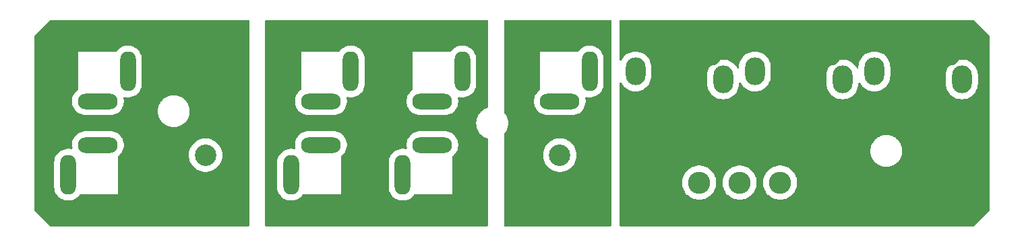
<source format=gbr>
%TF.GenerationSoftware,KiCad,Pcbnew,7.0.7*%
%TF.CreationDate,2023-09-16T18:41:48+02:00*%
%TF.ProjectId,dew_connector_pcb,6465775f-636f-46e6-9e65-63746f725f70,rev?*%
%TF.SameCoordinates,Original*%
%TF.FileFunction,Copper,L1,Top*%
%TF.FilePolarity,Positive*%
%FSLAX46Y46*%
G04 Gerber Fmt 4.6, Leading zero omitted, Abs format (unit mm)*
G04 Created by KiCad (PCBNEW 7.0.7) date 2023-09-16 18:41:48*
%MOMM*%
%LPD*%
G01*
G04 APERTURE LIST*
G04 Aperture macros list*
%AMRoundRect*
0 Rectangle with rounded corners*
0 $1 Rounding radius*
0 $2 $3 $4 $5 $6 $7 $8 $9 X,Y pos of 4 corners*
0 Add a 4 corners polygon primitive as box body*
4,1,4,$2,$3,$4,$5,$6,$7,$8,$9,$2,$3,0*
0 Add four circle primitives for the rounded corners*
1,1,$1+$1,$2,$3*
1,1,$1+$1,$4,$5*
1,1,$1+$1,$6,$7*
1,1,$1+$1,$8,$9*
0 Add four rect primitives between the rounded corners*
20,1,$1+$1,$2,$3,$4,$5,0*
20,1,$1+$1,$4,$5,$6,$7,0*
20,1,$1+$1,$6,$7,$8,$9,0*
20,1,$1+$1,$8,$9,$2,$3,0*%
G04 Aperture macros list end*
%TA.AperFunction,ComponentPad*%
%ADD10O,2.000000X5.000000*%
%TD*%
%TA.AperFunction,ComponentPad*%
%ADD11O,5.000000X2.000000*%
%TD*%
%TA.AperFunction,ComponentPad*%
%ADD12O,2.500000X3.500000*%
%TD*%
%TA.AperFunction,ComponentPad*%
%ADD13RoundRect,0.250001X1.099999X-1.099999X1.099999X1.099999X-1.099999X1.099999X-1.099999X-1.099999X0*%
%TD*%
%TA.AperFunction,ComponentPad*%
%ADD14C,2.700000*%
%TD*%
%TA.AperFunction,ComponentPad*%
%ADD15R,2.780000X2.780000*%
%TD*%
%TA.AperFunction,ComponentPad*%
%ADD16C,2.780000*%
%TD*%
G04 APERTURE END LIST*
D10*
%TO.P,J23,1*%
%TO.N,+12V*%
X103750000Y-69000000D03*
D11*
%TO.P,J23,2*%
%TO.N,GND*%
X100000000Y-65250000D03*
D10*
%TO.P,J23,MP,MountPin*%
X96250000Y-69000000D03*
%TD*%
%TO.P,J11,1*%
%TO.N,+15V*%
X61750000Y-69000000D03*
D11*
%TO.P,J11,2*%
%TO.N,GND*%
X58000000Y-65250000D03*
D10*
%TO.P,J11,MP,MountPin*%
X54250000Y-69000000D03*
%TD*%
%TO.P,J30,1*%
%TO.N,+12L*%
X112250000Y-56000000D03*
D11*
%TO.P,J30,2*%
%TO.N,GND*%
X116000000Y-59750000D03*
D10*
%TO.P,J30,MP,MountPin*%
X119750000Y-56000000D03*
%TD*%
%TO.P,J20,1*%
%TO.N,+12V*%
X82250000Y-56000000D03*
D11*
%TO.P,J20,2*%
%TO.N,GND*%
X86000000Y-59750000D03*
D10*
%TO.P,J20,MP,MountPin*%
X89750000Y-56000000D03*
%TD*%
%TO.P,J21,1*%
%TO.N,+12V*%
X89750000Y-69000000D03*
D11*
%TO.P,J21,2*%
%TO.N,GND*%
X86000000Y-65250000D03*
D10*
%TO.P,J21,MP,MountPin*%
X82250000Y-69000000D03*
%TD*%
%TO.P,J22,1*%
%TO.N,+12V*%
X96250000Y-56000000D03*
D11*
%TO.P,J22,2*%
%TO.N,GND*%
X100000000Y-59750000D03*
D10*
%TO.P,J22,MP,MountPin*%
X103750000Y-56000000D03*
%TD*%
%TO.P,J10,1*%
%TO.N,+15V*%
X54250000Y-56000000D03*
D11*
%TO.P,J10,2*%
%TO.N,GND*%
X58000000Y-59750000D03*
D10*
%TO.P,J10,MP,MountPin*%
X61750000Y-56000000D03*
%TD*%
D12*
%TO.P,J43,1,Pin_1*%
%TO.N,Net-(J40-Pin_4)*%
X136500000Y-57000000D03*
X125500000Y-56000000D03*
%TO.P,J43,2,Pin_2*%
%TO.N,+12P*%
X135000000Y-53500000D03*
X131500000Y-59500000D03*
%TD*%
D13*
%TO.P,J12,1,Pin_1*%
%TO.N,+15V*%
X71500000Y-70500000D03*
D14*
%TO.P,J12,2,Pin_2*%
%TO.N,GND*%
X71500000Y-66540000D03*
%TD*%
D13*
%TO.P,J31,1,Pin_1*%
%TO.N,+12L*%
X116000000Y-70500000D03*
D14*
%TO.P,J31,2,Pin_2*%
%TO.N,GND*%
X116000000Y-66540000D03*
%TD*%
D15*
%TO.P,J40,1,Pin_1*%
%TO.N,+12P*%
X148740000Y-70000000D03*
D16*
%TO.P,J40,2,Pin_2*%
%TO.N,Net-(J40-Pin_2)*%
X143660000Y-70000000D03*
%TO.P,J40,3,Pin_3*%
%TO.N,Net-(J40-Pin_3)*%
X138580000Y-70000000D03*
%TO.P,J40,4,Pin_4*%
%TO.N,Net-(J40-Pin_4)*%
X133500000Y-70000000D03*
%TD*%
D12*
%TO.P,J41,1,Pin_1*%
%TO.N,Net-(J40-Pin_2)*%
X166500000Y-57000000D03*
X155500000Y-56000000D03*
%TO.P,J41,2,Pin_2*%
%TO.N,+12P*%
X165000000Y-53500000D03*
X161500000Y-59500000D03*
%TD*%
%TO.P,J42,1,Pin_1*%
%TO.N,Net-(J40-Pin_3)*%
X151500000Y-57000000D03*
X140500000Y-56000000D03*
%TO.P,J42,2,Pin_2*%
%TO.N,+12P*%
X150000000Y-53500000D03*
X146500000Y-59500000D03*
%TD*%
%TA.AperFunction,Conductor*%
%TO.N,+12L*%
G36*
X122442121Y-49520502D02*
G01*
X122488614Y-49574158D01*
X122500000Y-49626500D01*
X122500000Y-75373500D01*
X122479998Y-75441621D01*
X122426342Y-75488114D01*
X122374000Y-75499500D01*
X109126000Y-75499500D01*
X109057879Y-75479498D01*
X109011386Y-75425842D01*
X109000000Y-75373500D01*
X109000000Y-75373499D01*
X108999999Y-66540004D01*
X113894592Y-66540004D01*
X113914200Y-66826672D01*
X113914201Y-66826678D01*
X113914202Y-66826686D01*
X113946264Y-66980980D01*
X113972664Y-67108025D01*
X113972666Y-67108033D01*
X114068898Y-67378803D01*
X114201099Y-67633936D01*
X114366811Y-67868698D01*
X114562944Y-68078705D01*
X114562943Y-68078705D01*
X114562947Y-68078708D01*
X114785853Y-68260055D01*
X115031375Y-68409361D01*
X115294942Y-68523844D01*
X115571641Y-68601371D01*
X115571642Y-68601371D01*
X115856311Y-68640499D01*
X115856322Y-68640500D01*
X116143678Y-68640500D01*
X116143688Y-68640499D01*
X116351927Y-68611876D01*
X116428358Y-68601371D01*
X116705058Y-68523844D01*
X116968625Y-68409361D01*
X117214147Y-68260055D01*
X117437053Y-68078708D01*
X117633189Y-67868698D01*
X117798901Y-67633936D01*
X117931104Y-67378797D01*
X118027334Y-67108032D01*
X118085798Y-66826686D01*
X118105408Y-66540000D01*
X118085798Y-66253314D01*
X118027334Y-65971968D01*
X117931104Y-65701203D01*
X117931102Y-65701199D01*
X117931101Y-65701196D01*
X117798899Y-65446061D01*
X117781459Y-65421355D01*
X117633189Y-65211302D01*
X117437055Y-65001294D01*
X117437056Y-65001294D01*
X117214149Y-64819947D01*
X117214147Y-64819945D01*
X116968625Y-64670639D01*
X116705058Y-64556156D01*
X116600141Y-64526760D01*
X116428357Y-64478628D01*
X116143688Y-64439500D01*
X116143678Y-64439500D01*
X115856322Y-64439500D01*
X115856311Y-64439500D01*
X115571642Y-64478628D01*
X115332991Y-64545495D01*
X115294942Y-64556156D01*
X115294940Y-64556156D01*
X115294939Y-64556157D01*
X115031375Y-64670639D01*
X114785850Y-64819947D01*
X114562944Y-65001294D01*
X114366811Y-65211302D01*
X114201100Y-65446061D01*
X114068898Y-65701196D01*
X113972666Y-65971966D01*
X113972664Y-65971974D01*
X113914201Y-66253321D01*
X113914200Y-66253327D01*
X113894592Y-66539995D01*
X113894592Y-66540004D01*
X108999999Y-66540004D01*
X108999999Y-63876352D01*
X109020001Y-63808235D01*
X109025110Y-63800876D01*
X109082953Y-63723607D01*
X109085705Y-63720191D01*
X109103127Y-63700086D01*
X109117495Y-63677728D01*
X109120022Y-63674088D01*
X109187226Y-63584315D01*
X109240968Y-63485892D01*
X109243234Y-63482075D01*
X109257600Y-63459722D01*
X109257605Y-63459710D01*
X109257610Y-63459703D01*
X109268640Y-63435550D01*
X109270644Y-63431546D01*
X109324367Y-63333161D01*
X109363551Y-63228102D01*
X109365254Y-63223991D01*
X109376293Y-63199821D01*
X109383779Y-63174324D01*
X109385181Y-63170110D01*
X109424369Y-63065046D01*
X109448198Y-62955501D01*
X109449305Y-62951164D01*
X109456790Y-62925674D01*
X109460570Y-62899376D01*
X109461363Y-62894985D01*
X109485196Y-62785428D01*
X109493195Y-62673576D01*
X109493668Y-62669179D01*
X109497452Y-62642861D01*
X109497503Y-62642508D01*
X109497463Y-62642245D01*
X109497470Y-62641813D01*
X109498106Y-62606146D01*
X109498254Y-62602841D01*
X109505610Y-62500000D01*
X109498255Y-62397163D01*
X109498106Y-62393850D01*
X109497462Y-62357752D01*
X109497513Y-62357566D01*
X109497452Y-62357139D01*
X109493668Y-62330820D01*
X109493195Y-62326423D01*
X109485196Y-62214572D01*
X109461357Y-62104988D01*
X109460574Y-62100645D01*
X109456790Y-62074326D01*
X109449309Y-62048848D01*
X109448202Y-62044517D01*
X109424369Y-61934954D01*
X109385190Y-61829911D01*
X109383774Y-61825657D01*
X109376293Y-61800179D01*
X109365253Y-61776006D01*
X109363554Y-61771903D01*
X109324367Y-61666839D01*
X109270644Y-61568453D01*
X109268636Y-61564440D01*
X109257606Y-61540287D01*
X109246999Y-61523781D01*
X109243240Y-61517931D01*
X109240947Y-61514066D01*
X109187228Y-61415688D01*
X109120046Y-61325943D01*
X109117483Y-61322251D01*
X109112478Y-61314465D01*
X109103127Y-61299914D01*
X109103120Y-61299906D01*
X109103119Y-61299904D01*
X109085739Y-61279846D01*
X109082917Y-61276344D01*
X109025132Y-61199152D01*
X109000321Y-61132632D01*
X109000000Y-61123643D01*
X109000000Y-59881182D01*
X112749500Y-59881182D01*
X112771224Y-60025311D01*
X112788604Y-60140619D01*
X112865933Y-60391314D01*
X112865938Y-60391327D01*
X112979773Y-60627706D01*
X112979777Y-60627713D01*
X113109455Y-60817914D01*
X113127567Y-60844479D01*
X113306019Y-61036805D01*
X113511143Y-61200386D01*
X113511146Y-61200388D01*
X113738352Y-61331566D01*
X113738356Y-61331567D01*
X113738357Y-61331568D01*
X113982584Y-61427420D01*
X114238370Y-61485802D01*
X114390408Y-61497195D01*
X114434503Y-61500500D01*
X114434506Y-61500500D01*
X117565497Y-61500500D01*
X117606516Y-61497425D01*
X117761630Y-61485802D01*
X118017416Y-61427420D01*
X118261643Y-61331568D01*
X118261645Y-61331566D01*
X118261647Y-61331566D01*
X118375250Y-61265977D01*
X118488857Y-61200386D01*
X118693981Y-61036805D01*
X118872433Y-60844479D01*
X119020228Y-60627704D01*
X119134063Y-60391323D01*
X119211396Y-60140615D01*
X119250500Y-59881182D01*
X119250500Y-59618818D01*
X119211396Y-59359385D01*
X119211395Y-59359383D01*
X119210693Y-59354723D01*
X119212800Y-59354405D01*
X119216567Y-59292336D01*
X119258497Y-59235044D01*
X119324746Y-59209516D01*
X119354578Y-59211650D01*
X119354723Y-59210693D01*
X119359383Y-59211395D01*
X119359385Y-59211396D01*
X119618818Y-59250500D01*
X119618823Y-59250500D01*
X119881177Y-59250500D01*
X119881182Y-59250500D01*
X120140615Y-59211396D01*
X120140617Y-59211395D01*
X120140619Y-59211395D01*
X120391314Y-59134066D01*
X120391316Y-59134064D01*
X120391323Y-59134063D01*
X120627704Y-59020228D01*
X120844479Y-58872433D01*
X121036805Y-58693981D01*
X121200386Y-58488857D01*
X121282673Y-58346331D01*
X121331566Y-58261647D01*
X121331568Y-58261643D01*
X121427420Y-58017416D01*
X121485802Y-57761630D01*
X121500500Y-57565494D01*
X121500500Y-54434506D01*
X121485802Y-54238370D01*
X121427420Y-53982584D01*
X121331568Y-53738357D01*
X121331567Y-53738356D01*
X121331566Y-53738352D01*
X121200388Y-53511146D01*
X121191499Y-53500000D01*
X121036805Y-53306019D01*
X120844479Y-53127567D01*
X120844472Y-53127562D01*
X120627713Y-52979777D01*
X120627706Y-52979773D01*
X120391327Y-52865938D01*
X120391314Y-52865933D01*
X120140619Y-52788604D01*
X120025311Y-52771224D01*
X119881182Y-52749500D01*
X119618818Y-52749500D01*
X119489101Y-52769052D01*
X119359380Y-52788604D01*
X119108685Y-52865933D01*
X119108672Y-52865938D01*
X118872293Y-52979773D01*
X118872286Y-52979777D01*
X118655527Y-53127562D01*
X118655522Y-53127566D01*
X118463192Y-53306022D01*
X118346331Y-53452560D01*
X118288220Y-53493348D01*
X118247821Y-53500000D01*
X113500000Y-53500000D01*
X113500000Y-58247821D01*
X113479998Y-58315942D01*
X113452560Y-58346331D01*
X113306022Y-58463192D01*
X113127566Y-58655522D01*
X113127562Y-58655527D01*
X112979777Y-58872286D01*
X112979773Y-58872293D01*
X112865938Y-59108672D01*
X112865933Y-59108685D01*
X112788604Y-59359380D01*
X112766879Y-59503514D01*
X112749500Y-59618818D01*
X112749500Y-59881182D01*
X109000000Y-59881182D01*
X109000000Y-49626500D01*
X109020002Y-49558379D01*
X109073658Y-49511886D01*
X109126000Y-49500500D01*
X122374000Y-49500500D01*
X122442121Y-49520502D01*
G37*
%TD.AperFunction*%
%TD*%
%TA.AperFunction,Conductor*%
%TO.N,+15V*%
G36*
X76942121Y-49520502D02*
G01*
X76988614Y-49574158D01*
X77000000Y-49626500D01*
X77000000Y-75373500D01*
X76979998Y-75441621D01*
X76926342Y-75488114D01*
X76874000Y-75499500D01*
X52052397Y-75499500D01*
X51984276Y-75479498D01*
X51963302Y-75462595D01*
X50037405Y-73536697D01*
X50003379Y-73474385D01*
X50000500Y-73447602D01*
X50000500Y-70565497D01*
X52499500Y-70565497D01*
X52514198Y-70761632D01*
X52572580Y-71017417D01*
X52572581Y-71017419D01*
X52668430Y-71261639D01*
X52668433Y-71261647D01*
X52799611Y-71488853D01*
X52799613Y-71488856D01*
X52799614Y-71488857D01*
X52963195Y-71693981D01*
X53155521Y-71872433D01*
X53155527Y-71872437D01*
X53372286Y-72020222D01*
X53372293Y-72020226D01*
X53372296Y-72020228D01*
X53508570Y-72085854D01*
X53608672Y-72134061D01*
X53608685Y-72134066D01*
X53859380Y-72211395D01*
X53859383Y-72211395D01*
X53859385Y-72211396D01*
X54118818Y-72250500D01*
X54118823Y-72250500D01*
X54381177Y-72250500D01*
X54381182Y-72250500D01*
X54640615Y-72211396D01*
X54640617Y-72211395D01*
X54640619Y-72211395D01*
X54891314Y-72134066D01*
X54891316Y-72134064D01*
X54891323Y-72134063D01*
X55127704Y-72020228D01*
X55344479Y-71872433D01*
X55536805Y-71693981D01*
X55594640Y-71621457D01*
X55653669Y-71547440D01*
X55711780Y-71506652D01*
X55752179Y-71500000D01*
X60500000Y-71500000D01*
X60500000Y-66752177D01*
X60520002Y-66684056D01*
X60547441Y-66653666D01*
X60689970Y-66540004D01*
X69394592Y-66540004D01*
X69414200Y-66826672D01*
X69414201Y-66826678D01*
X69414202Y-66826686D01*
X69446264Y-66980980D01*
X69472664Y-67108025D01*
X69472666Y-67108033D01*
X69568898Y-67378803D01*
X69701099Y-67633936D01*
X69866811Y-67868698D01*
X70062944Y-68078705D01*
X70062943Y-68078705D01*
X70062947Y-68078708D01*
X70285853Y-68260055D01*
X70531375Y-68409361D01*
X70794942Y-68523844D01*
X71071642Y-68601370D01*
X71071642Y-68601371D01*
X71356311Y-68640499D01*
X71356322Y-68640500D01*
X71643678Y-68640500D01*
X71643688Y-68640499D01*
X71851927Y-68611876D01*
X71928358Y-68601371D01*
X72205058Y-68523844D01*
X72468625Y-68409361D01*
X72714147Y-68260055D01*
X72937053Y-68078708D01*
X73133189Y-67868698D01*
X73298901Y-67633936D01*
X73431104Y-67378797D01*
X73527334Y-67108032D01*
X73585798Y-66826686D01*
X73605408Y-66540000D01*
X73605189Y-66536805D01*
X73585799Y-66253327D01*
X73585798Y-66253321D01*
X73585798Y-66253314D01*
X73527334Y-65971968D01*
X73431104Y-65701203D01*
X73431102Y-65701199D01*
X73431101Y-65701196D01*
X73298899Y-65446061D01*
X73281459Y-65421355D01*
X73133189Y-65211302D01*
X72937055Y-65001294D01*
X72937056Y-65001294D01*
X72714149Y-64819947D01*
X72714147Y-64819945D01*
X72468625Y-64670639D01*
X72205058Y-64556156D01*
X72100141Y-64526760D01*
X71928357Y-64478628D01*
X71643688Y-64439500D01*
X71643678Y-64439500D01*
X71356322Y-64439500D01*
X71356311Y-64439500D01*
X71071642Y-64478628D01*
X70832991Y-64545495D01*
X70794942Y-64556156D01*
X70794940Y-64556156D01*
X70794939Y-64556157D01*
X70531375Y-64670639D01*
X70285850Y-64819947D01*
X70062944Y-65001294D01*
X69866811Y-65211302D01*
X69701100Y-65446061D01*
X69568898Y-65701196D01*
X69472666Y-65971966D01*
X69472664Y-65971974D01*
X69414201Y-66253321D01*
X69414200Y-66253327D01*
X69394592Y-66539995D01*
X69394592Y-66540004D01*
X60689970Y-66540004D01*
X60693981Y-66536805D01*
X60872433Y-66344479D01*
X61020228Y-66127704D01*
X61134063Y-65891323D01*
X61192707Y-65701203D01*
X61211395Y-65640619D01*
X61240720Y-65446064D01*
X61250500Y-65381182D01*
X61250500Y-65118818D01*
X61211396Y-64859385D01*
X61211395Y-64859383D01*
X61211395Y-64859380D01*
X61134066Y-64608685D01*
X61134061Y-64608672D01*
X61071435Y-64478628D01*
X61020228Y-64372296D01*
X61020226Y-64372293D01*
X61020222Y-64372286D01*
X60872437Y-64155527D01*
X60872433Y-64155521D01*
X60693981Y-63963195D01*
X60488857Y-63799614D01*
X60488852Y-63799611D01*
X60488853Y-63799611D01*
X60261647Y-63668433D01*
X60261639Y-63668430D01*
X60017419Y-63572581D01*
X60017417Y-63572580D01*
X59761632Y-63514198D01*
X59565497Y-63499500D01*
X59565494Y-63499500D01*
X56434506Y-63499500D01*
X56434503Y-63499500D01*
X56238367Y-63514198D01*
X55982582Y-63572580D01*
X55982580Y-63572581D01*
X55738360Y-63668430D01*
X55738352Y-63668433D01*
X55511146Y-63799611D01*
X55306018Y-63963195D01*
X55127566Y-64155522D01*
X55127562Y-64155527D01*
X54979777Y-64372286D01*
X54979773Y-64372293D01*
X54865938Y-64608672D01*
X54865933Y-64608685D01*
X54788604Y-64859380D01*
X54767215Y-65001292D01*
X54749500Y-65118818D01*
X54749500Y-65381182D01*
X54759280Y-65446064D01*
X54789307Y-65645276D01*
X54787228Y-65645589D01*
X54783384Y-65707795D01*
X54741390Y-65765040D01*
X54675113Y-65790494D01*
X54645417Y-65788369D01*
X54645276Y-65789307D01*
X54640617Y-65788604D01*
X54640615Y-65788604D01*
X54381182Y-65749500D01*
X54118818Y-65749500D01*
X53989101Y-65769052D01*
X53859380Y-65788604D01*
X53608685Y-65865933D01*
X53608672Y-65865938D01*
X53372293Y-65979773D01*
X53372286Y-65979777D01*
X53155527Y-66127562D01*
X53155522Y-66127566D01*
X52963195Y-66306018D01*
X52799611Y-66511146D01*
X52668433Y-66738352D01*
X52668430Y-66738360D01*
X52572581Y-66982580D01*
X52572580Y-66982582D01*
X52514198Y-67238367D01*
X52499500Y-67434503D01*
X52499500Y-70565497D01*
X50000500Y-70565497D01*
X50000500Y-59881182D01*
X54749500Y-59881182D01*
X54755199Y-59918989D01*
X54788604Y-60140619D01*
X54865933Y-60391314D01*
X54865938Y-60391327D01*
X54979773Y-60627706D01*
X54979777Y-60627713D01*
X55115231Y-60826386D01*
X55127567Y-60844479D01*
X55306019Y-61036805D01*
X55511143Y-61200386D01*
X55511146Y-61200388D01*
X55738352Y-61331566D01*
X55738356Y-61331567D01*
X55738357Y-61331568D01*
X55982584Y-61427420D01*
X56238370Y-61485802D01*
X56390408Y-61497195D01*
X56434503Y-61500500D01*
X56434506Y-61500500D01*
X59565497Y-61500500D01*
X59606516Y-61497425D01*
X59761630Y-61485802D01*
X60017416Y-61427420D01*
X60261643Y-61331568D01*
X60261645Y-61331566D01*
X60261647Y-61331566D01*
X60375250Y-61265977D01*
X60488857Y-61200386D01*
X60693981Y-61036805D01*
X60728132Y-60999999D01*
X65494390Y-60999999D01*
X65502387Y-61111819D01*
X65502548Y-61116315D01*
X65502548Y-61142865D01*
X65504753Y-61158197D01*
X65506326Y-61169139D01*
X65506805Y-61173601D01*
X65514803Y-61285427D01*
X65538629Y-61394958D01*
X65539428Y-61399385D01*
X65543206Y-61425663D01*
X65550690Y-61451150D01*
X65551802Y-61455509D01*
X65575628Y-61565037D01*
X65575630Y-61565044D01*
X65614807Y-61670084D01*
X65616227Y-61674351D01*
X65623705Y-61699816D01*
X65634735Y-61723969D01*
X65636456Y-61728126D01*
X65675633Y-61833162D01*
X65729345Y-61931529D01*
X65731359Y-61935552D01*
X65742392Y-61959712D01*
X65756755Y-61982061D01*
X65759050Y-61985930D01*
X65812770Y-62084309D01*
X65812772Y-62084312D01*
X65812774Y-62084315D01*
X65879962Y-62174068D01*
X65882522Y-62177756D01*
X65896870Y-62200084D01*
X65914256Y-62220147D01*
X65917073Y-62223642D01*
X65984261Y-62313395D01*
X66063523Y-62392657D01*
X66066582Y-62395942D01*
X66083978Y-62416019D01*
X66104056Y-62433416D01*
X66107334Y-62436468D01*
X66186605Y-62515739D01*
X66276344Y-62582917D01*
X66276346Y-62582918D01*
X66279841Y-62585734D01*
X66299914Y-62603127D01*
X66299916Y-62603128D01*
X66322247Y-62617480D01*
X66325940Y-62620044D01*
X66415685Y-62687226D01*
X66415687Y-62687227D01*
X66514064Y-62740946D01*
X66517927Y-62743237D01*
X66524511Y-62747468D01*
X66540288Y-62757607D01*
X66564440Y-62768636D01*
X66568453Y-62770644D01*
X66666839Y-62824367D01*
X66771903Y-62863554D01*
X66776006Y-62865253D01*
X66800179Y-62876293D01*
X66808452Y-62878722D01*
X66825648Y-62883772D01*
X66829916Y-62885192D01*
X66860394Y-62896559D01*
X66934954Y-62924369D01*
X67044517Y-62948202D01*
X67048848Y-62949309D01*
X67054284Y-62950905D01*
X67074326Y-62956790D01*
X67100645Y-62960574D01*
X67104988Y-62961357D01*
X67214572Y-62985196D01*
X67326423Y-62993195D01*
X67330820Y-62993668D01*
X67350468Y-62996492D01*
X67357135Y-62997452D01*
X67383683Y-62997452D01*
X67388179Y-62997613D01*
X67426050Y-63000321D01*
X67500000Y-63005610D01*
X67573949Y-63000321D01*
X67611821Y-62997613D01*
X67616317Y-62997452D01*
X67642865Y-62997452D01*
X67649531Y-62996492D01*
X67669179Y-62993667D01*
X67673548Y-62993197D01*
X67785428Y-62985196D01*
X67894985Y-62961363D01*
X67899376Y-62960570D01*
X67925674Y-62956790D01*
X67951164Y-62949305D01*
X67955501Y-62948198D01*
X68065046Y-62924369D01*
X68170110Y-62885181D01*
X68174324Y-62883779D01*
X68199821Y-62876293D01*
X68223991Y-62865254D01*
X68228102Y-62863551D01*
X68333161Y-62824367D01*
X68431546Y-62770644D01*
X68435550Y-62768640D01*
X68459705Y-62757609D01*
X68459711Y-62757604D01*
X68459722Y-62757600D01*
X68482075Y-62743234D01*
X68485907Y-62740960D01*
X68584315Y-62687226D01*
X68674094Y-62620017D01*
X68677716Y-62617503D01*
X68700086Y-62603127D01*
X68720188Y-62585708D01*
X68723604Y-62582955D01*
X68813395Y-62515739D01*
X68892686Y-62436447D01*
X68895938Y-62433420D01*
X68916020Y-62416020D01*
X68933420Y-62395938D01*
X68936447Y-62392686D01*
X69015739Y-62313395D01*
X69082955Y-62223603D01*
X69085701Y-62220195D01*
X69103127Y-62200086D01*
X69117503Y-62177716D01*
X69120017Y-62174094D01*
X69187226Y-62084315D01*
X69240968Y-61985892D01*
X69243234Y-61982075D01*
X69257600Y-61959722D01*
X69257605Y-61959710D01*
X69257610Y-61959703D01*
X69268640Y-61935550D01*
X69270644Y-61931546D01*
X69324367Y-61833161D01*
X69363551Y-61728102D01*
X69365254Y-61723991D01*
X69376293Y-61699821D01*
X69383779Y-61674324D01*
X69385181Y-61670110D01*
X69424369Y-61565046D01*
X69448198Y-61455501D01*
X69449305Y-61451164D01*
X69456790Y-61425674D01*
X69460570Y-61399376D01*
X69461363Y-61394985D01*
X69485196Y-61285428D01*
X69493195Y-61173576D01*
X69493668Y-61169179D01*
X69497015Y-61145897D01*
X69497503Y-61142508D01*
X69497463Y-61142245D01*
X69497925Y-61116315D01*
X69498106Y-61106146D01*
X69498254Y-61102841D01*
X69505610Y-61000000D01*
X69498255Y-60897163D01*
X69498106Y-60893850D01*
X69497462Y-60857752D01*
X69497513Y-60857566D01*
X69497452Y-60857139D01*
X69493668Y-60830820D01*
X69493195Y-60826423D01*
X69485196Y-60714572D01*
X69461357Y-60604988D01*
X69460574Y-60600645D01*
X69456790Y-60574326D01*
X69449308Y-60548846D01*
X69448202Y-60544517D01*
X69424369Y-60434954D01*
X69385192Y-60329916D01*
X69383772Y-60325648D01*
X69376293Y-60300180D01*
X69376290Y-60300173D01*
X69365253Y-60276006D01*
X69363554Y-60271903D01*
X69324367Y-60166839D01*
X69270644Y-60068453D01*
X69268636Y-60064440D01*
X69257605Y-60040285D01*
X69246996Y-60023778D01*
X69243237Y-60017926D01*
X69240946Y-60014064D01*
X69187227Y-59915687D01*
X69161393Y-59881177D01*
X69120045Y-59825942D01*
X69117480Y-59822247D01*
X69103129Y-59799917D01*
X69103128Y-59799916D01*
X69103127Y-59799914D01*
X69085731Y-59779838D01*
X69082934Y-59776367D01*
X69015739Y-59686605D01*
X68936468Y-59607334D01*
X68933416Y-59604056D01*
X68916019Y-59583978D01*
X68895942Y-59566582D01*
X68892662Y-59563528D01*
X68813395Y-59484261D01*
X68723652Y-59417080D01*
X68720150Y-59414258D01*
X68700084Y-59396871D01*
X68689620Y-59390147D01*
X68677755Y-59382521D01*
X68674059Y-59379955D01*
X68591181Y-59317914D01*
X68584315Y-59312774D01*
X68584310Y-59312771D01*
X68584309Y-59312770D01*
X68485930Y-59259050D01*
X68482061Y-59256755D01*
X68459712Y-59242392D01*
X68435552Y-59231359D01*
X68431529Y-59229345D01*
X68333162Y-59175633D01*
X68228126Y-59136456D01*
X68223969Y-59134735D01*
X68199825Y-59123709D01*
X68199821Y-59123707D01*
X68199819Y-59123706D01*
X68199816Y-59123705D01*
X68174351Y-59116227D01*
X68170084Y-59114807D01*
X68065044Y-59075630D01*
X68065040Y-59075629D01*
X67955507Y-59051802D01*
X67951143Y-59050688D01*
X67945724Y-59049096D01*
X67925662Y-59043206D01*
X67899385Y-59039428D01*
X67894958Y-59038629D01*
X67785427Y-59014803D01*
X67673601Y-59006805D01*
X67669139Y-59006326D01*
X67658197Y-59004753D01*
X67642865Y-59002548D01*
X67642861Y-59002548D01*
X67616317Y-59002548D01*
X67611821Y-59002387D01*
X67500000Y-58994390D01*
X67388179Y-59002387D01*
X67383683Y-59002548D01*
X67357137Y-59002548D01*
X67330858Y-59006326D01*
X67326386Y-59006807D01*
X67214573Y-59014803D01*
X67105042Y-59038629D01*
X67100614Y-59039428D01*
X67074332Y-59043205D01*
X67048846Y-59050690D01*
X67044487Y-59051802D01*
X66934961Y-59075628D01*
X66829917Y-59114805D01*
X66825657Y-59116223D01*
X66805979Y-59122003D01*
X66800586Y-59123587D01*
X66800170Y-59123709D01*
X66776025Y-59134736D01*
X66771871Y-59136457D01*
X66666849Y-59175629D01*
X66666838Y-59175633D01*
X66568464Y-59229348D01*
X66564442Y-59231361D01*
X66540286Y-59242392D01*
X66517946Y-59256749D01*
X66514079Y-59259044D01*
X66415689Y-59312771D01*
X66415685Y-59312774D01*
X66325938Y-59379956D01*
X66322245Y-59382520D01*
X66306335Y-59392745D01*
X66299917Y-59396869D01*
X66284655Y-59410095D01*
X66279833Y-59414271D01*
X66276342Y-59417083D01*
X66186602Y-59484263D01*
X66107336Y-59563528D01*
X66104044Y-59566593D01*
X66083979Y-59583979D01*
X66066593Y-59604044D01*
X66063528Y-59607336D01*
X65984263Y-59686602D01*
X65917079Y-59776348D01*
X65914257Y-59779850D01*
X65896880Y-59799903D01*
X65882518Y-59822248D01*
X65879955Y-59825938D01*
X65812774Y-59915685D01*
X65812771Y-59915689D01*
X65759044Y-60014079D01*
X65756749Y-60017946D01*
X65742392Y-60040286D01*
X65731361Y-60064442D01*
X65729348Y-60068464D01*
X65675633Y-60166838D01*
X65675629Y-60166849D01*
X65636457Y-60271871D01*
X65634736Y-60276025D01*
X65623708Y-60300173D01*
X65616224Y-60325653D01*
X65614806Y-60329916D01*
X65575628Y-60434961D01*
X65551802Y-60544487D01*
X65550690Y-60548846D01*
X65543205Y-60574332D01*
X65539428Y-60600614D01*
X65538629Y-60605042D01*
X65514803Y-60714573D01*
X65506807Y-60826386D01*
X65506326Y-60830858D01*
X65502548Y-60857137D01*
X65502548Y-60883683D01*
X65502387Y-60888179D01*
X65494390Y-60999999D01*
X60728132Y-60999999D01*
X60872433Y-60844479D01*
X61020228Y-60627704D01*
X61134063Y-60391323D01*
X61153005Y-60329916D01*
X61211395Y-60140619D01*
X61222877Y-60064442D01*
X61250500Y-59881182D01*
X61250500Y-59618818D01*
X61211396Y-59359385D01*
X61211395Y-59359383D01*
X61210693Y-59354723D01*
X61212800Y-59354405D01*
X61216567Y-59292336D01*
X61258497Y-59235044D01*
X61324746Y-59209516D01*
X61354578Y-59211650D01*
X61354723Y-59210693D01*
X61359383Y-59211395D01*
X61359385Y-59211396D01*
X61618818Y-59250500D01*
X61618823Y-59250500D01*
X61881177Y-59250500D01*
X61881182Y-59250500D01*
X62140615Y-59211396D01*
X62140617Y-59211395D01*
X62140619Y-59211395D01*
X62391314Y-59134066D01*
X62391316Y-59134064D01*
X62391323Y-59134063D01*
X62627704Y-59020228D01*
X62648095Y-59006326D01*
X62665601Y-58994390D01*
X62844479Y-58872433D01*
X63036805Y-58693981D01*
X63200386Y-58488857D01*
X63282673Y-58346331D01*
X63331566Y-58261647D01*
X63331568Y-58261643D01*
X63427420Y-58017416D01*
X63485802Y-57761630D01*
X63500500Y-57565494D01*
X63500500Y-54434506D01*
X63485802Y-54238370D01*
X63427420Y-53982584D01*
X63331568Y-53738357D01*
X63331567Y-53738356D01*
X63331566Y-53738352D01*
X63200388Y-53511146D01*
X63191499Y-53500000D01*
X63036805Y-53306019D01*
X62844479Y-53127567D01*
X62844472Y-53127562D01*
X62627713Y-52979777D01*
X62627706Y-52979773D01*
X62391327Y-52865938D01*
X62391314Y-52865933D01*
X62140619Y-52788604D01*
X62025311Y-52771224D01*
X61881182Y-52749500D01*
X61618818Y-52749500D01*
X61489101Y-52769052D01*
X61359380Y-52788604D01*
X61108685Y-52865933D01*
X61108672Y-52865938D01*
X60872293Y-52979773D01*
X60872286Y-52979777D01*
X60655527Y-53127562D01*
X60655522Y-53127566D01*
X60463192Y-53306022D01*
X60346331Y-53452560D01*
X60288220Y-53493348D01*
X60247821Y-53500000D01*
X55500000Y-53500000D01*
X55500000Y-58247821D01*
X55479998Y-58315942D01*
X55452560Y-58346331D01*
X55306022Y-58463192D01*
X55127566Y-58655522D01*
X55127562Y-58655527D01*
X54979777Y-58872286D01*
X54979773Y-58872293D01*
X54865938Y-59108672D01*
X54865933Y-59108685D01*
X54788604Y-59359380D01*
X54766879Y-59503514D01*
X54749500Y-59618818D01*
X54749500Y-59881182D01*
X50000500Y-59881182D01*
X50000500Y-51552396D01*
X50020502Y-51484275D01*
X50037400Y-51463306D01*
X51963302Y-49537404D01*
X52025614Y-49503379D01*
X52052397Y-49500500D01*
X76874000Y-49500500D01*
X76942121Y-49520502D01*
G37*
%TD.AperFunction*%
%TD*%
%TA.AperFunction,Conductor*%
%TO.N,+12V*%
G36*
X106942121Y-49520502D02*
G01*
X106988614Y-49574158D01*
X107000000Y-49626500D01*
X107000000Y-60463886D01*
X106979998Y-60532007D01*
X106926342Y-60578500D01*
X106918031Y-60581942D01*
X106829916Y-60614806D01*
X106825649Y-60616226D01*
X106800180Y-60623705D01*
X106776025Y-60634736D01*
X106771871Y-60636456D01*
X106666849Y-60675628D01*
X106666838Y-60675633D01*
X106568464Y-60729348D01*
X106564442Y-60731361D01*
X106540286Y-60742392D01*
X106517946Y-60756749D01*
X106514079Y-60759044D01*
X106415689Y-60812771D01*
X106415685Y-60812774D01*
X106325938Y-60879956D01*
X106322245Y-60882520D01*
X106306335Y-60892745D01*
X106299917Y-60896869D01*
X106284655Y-60910095D01*
X106279833Y-60914271D01*
X106276342Y-60917083D01*
X106186602Y-60984263D01*
X106107336Y-61063528D01*
X106104044Y-61066593D01*
X106083979Y-61083979D01*
X106066593Y-61104044D01*
X106063528Y-61107336D01*
X105984263Y-61186602D01*
X105917079Y-61276348D01*
X105914257Y-61279850D01*
X105896873Y-61299911D01*
X105892745Y-61306335D01*
X105882520Y-61322245D01*
X105879956Y-61325938D01*
X105812774Y-61415685D01*
X105812771Y-61415689D01*
X105759044Y-61514079D01*
X105756749Y-61517946D01*
X105742392Y-61540286D01*
X105731361Y-61564442D01*
X105729348Y-61568464D01*
X105675633Y-61666838D01*
X105675629Y-61666849D01*
X105636457Y-61771871D01*
X105634736Y-61776025D01*
X105623708Y-61800173D01*
X105616224Y-61825653D01*
X105614806Y-61829916D01*
X105575628Y-61934961D01*
X105551802Y-62044487D01*
X105550690Y-62048846D01*
X105543205Y-62074332D01*
X105539428Y-62100614D01*
X105538629Y-62105042D01*
X105514803Y-62214573D01*
X105506807Y-62326386D01*
X105506326Y-62330858D01*
X105502548Y-62357137D01*
X105502548Y-62383683D01*
X105502387Y-62388179D01*
X105494390Y-62499999D01*
X105502387Y-62611819D01*
X105502548Y-62616315D01*
X105502548Y-62642865D01*
X105506325Y-62669128D01*
X105506805Y-62673601D01*
X105514803Y-62785427D01*
X105538629Y-62894958D01*
X105539428Y-62899385D01*
X105543206Y-62925663D01*
X105550690Y-62951150D01*
X105551802Y-62955509D01*
X105575628Y-63065037D01*
X105575630Y-63065044D01*
X105614807Y-63170084D01*
X105616227Y-63174351D01*
X105623705Y-63199816D01*
X105634735Y-63223969D01*
X105636456Y-63228126D01*
X105675633Y-63333162D01*
X105729345Y-63431529D01*
X105731359Y-63435552D01*
X105742392Y-63459712D01*
X105756755Y-63482061D01*
X105759050Y-63485930D01*
X105812770Y-63584309D01*
X105812772Y-63584312D01*
X105812774Y-63584315D01*
X105879962Y-63674068D01*
X105882522Y-63677756D01*
X105896870Y-63700084D01*
X105914256Y-63720147D01*
X105917073Y-63723642D01*
X105984261Y-63813395D01*
X106063529Y-63892663D01*
X106066582Y-63895942D01*
X106083978Y-63916019D01*
X106104056Y-63933416D01*
X106107334Y-63936468D01*
X106181987Y-64011121D01*
X106186605Y-64015739D01*
X106276346Y-64082918D01*
X106279841Y-64085734D01*
X106299914Y-64103127D01*
X106299916Y-64103128D01*
X106322247Y-64117480D01*
X106325942Y-64120045D01*
X106415685Y-64187226D01*
X106415687Y-64187227D01*
X106514064Y-64240946D01*
X106517926Y-64243237D01*
X106523184Y-64246615D01*
X106540285Y-64257605D01*
X106564440Y-64268636D01*
X106568453Y-64270644D01*
X106666839Y-64324367D01*
X106771903Y-64363554D01*
X106776020Y-64365260D01*
X106800179Y-64376293D01*
X106825671Y-64383778D01*
X106829889Y-64385181D01*
X106918033Y-64418057D01*
X106974868Y-64460604D01*
X106999678Y-64527124D01*
X106999999Y-64536112D01*
X107000000Y-75373500D01*
X106979998Y-75441621D01*
X106926342Y-75488114D01*
X106874000Y-75499500D01*
X79126000Y-75499500D01*
X79057879Y-75479498D01*
X79011386Y-75425842D01*
X79000000Y-75373500D01*
X79000000Y-70565497D01*
X80499500Y-70565497D01*
X80514198Y-70761632D01*
X80572580Y-71017417D01*
X80572581Y-71017419D01*
X80668430Y-71261639D01*
X80668433Y-71261647D01*
X80799611Y-71488853D01*
X80799613Y-71488856D01*
X80799614Y-71488857D01*
X80963195Y-71693981D01*
X81155521Y-71872433D01*
X81155527Y-71872437D01*
X81372286Y-72020222D01*
X81372293Y-72020226D01*
X81372296Y-72020228D01*
X81508570Y-72085854D01*
X81608672Y-72134061D01*
X81608685Y-72134066D01*
X81859380Y-72211395D01*
X81859383Y-72211395D01*
X81859385Y-72211396D01*
X82118818Y-72250500D01*
X82118823Y-72250500D01*
X82381177Y-72250500D01*
X82381182Y-72250500D01*
X82640615Y-72211396D01*
X82640617Y-72211395D01*
X82640619Y-72211395D01*
X82891314Y-72134066D01*
X82891316Y-72134064D01*
X82891323Y-72134063D01*
X83127704Y-72020228D01*
X83344479Y-71872433D01*
X83536805Y-71693981D01*
X83594640Y-71621457D01*
X83653669Y-71547440D01*
X83711780Y-71506652D01*
X83752179Y-71500000D01*
X88500000Y-71500000D01*
X88500000Y-70565497D01*
X94499500Y-70565497D01*
X94514198Y-70761632D01*
X94572580Y-71017417D01*
X94572581Y-71017419D01*
X94668430Y-71261639D01*
X94668433Y-71261647D01*
X94799611Y-71488853D01*
X94799613Y-71488856D01*
X94799614Y-71488857D01*
X94963195Y-71693981D01*
X95155521Y-71872433D01*
X95155527Y-71872437D01*
X95372286Y-72020222D01*
X95372293Y-72020226D01*
X95372296Y-72020228D01*
X95508570Y-72085854D01*
X95608672Y-72134061D01*
X95608685Y-72134066D01*
X95859380Y-72211395D01*
X95859383Y-72211395D01*
X95859385Y-72211396D01*
X96118818Y-72250500D01*
X96118823Y-72250500D01*
X96381177Y-72250500D01*
X96381182Y-72250500D01*
X96640615Y-72211396D01*
X96640617Y-72211395D01*
X96640619Y-72211395D01*
X96891314Y-72134066D01*
X96891316Y-72134064D01*
X96891323Y-72134063D01*
X97127704Y-72020228D01*
X97344479Y-71872433D01*
X97536805Y-71693981D01*
X97594640Y-71621457D01*
X97653669Y-71547440D01*
X97711780Y-71506652D01*
X97752179Y-71500000D01*
X102500000Y-71500000D01*
X102499999Y-66752177D01*
X102520001Y-66684056D01*
X102547438Y-66653667D01*
X102693981Y-66536805D01*
X102872433Y-66344479D01*
X103020228Y-66127704D01*
X103134063Y-65891323D01*
X103209862Y-65645589D01*
X103211395Y-65640619D01*
X103211396Y-65640615D01*
X103250500Y-65381182D01*
X103250500Y-65118818D01*
X103211396Y-64859385D01*
X103211395Y-64859383D01*
X103211395Y-64859380D01*
X103134066Y-64608685D01*
X103134061Y-64608672D01*
X103045305Y-64424369D01*
X103020228Y-64372296D01*
X103020226Y-64372293D01*
X103020222Y-64372286D01*
X102872437Y-64155527D01*
X102872433Y-64155521D01*
X102693981Y-63963195D01*
X102488857Y-63799614D01*
X102488852Y-63799611D01*
X102488853Y-63799611D01*
X102261647Y-63668433D01*
X102261639Y-63668430D01*
X102017419Y-63572581D01*
X102017417Y-63572580D01*
X101761632Y-63514198D01*
X101565497Y-63499500D01*
X101565494Y-63499500D01*
X98434506Y-63499500D01*
X98434503Y-63499500D01*
X98238367Y-63514198D01*
X97982582Y-63572580D01*
X97982580Y-63572581D01*
X97738360Y-63668430D01*
X97738352Y-63668433D01*
X97511146Y-63799611D01*
X97306018Y-63963195D01*
X97127566Y-64155522D01*
X97127562Y-64155527D01*
X96979777Y-64372286D01*
X96979773Y-64372293D01*
X96865938Y-64608672D01*
X96865933Y-64608685D01*
X96788604Y-64859380D01*
X96766879Y-65003514D01*
X96749500Y-65118818D01*
X96749500Y-65381182D01*
X96788604Y-65640615D01*
X96789307Y-65645276D01*
X96787228Y-65645589D01*
X96783384Y-65707795D01*
X96741390Y-65765040D01*
X96675113Y-65790494D01*
X96645417Y-65788369D01*
X96645276Y-65789307D01*
X96640617Y-65788604D01*
X96640615Y-65788604D01*
X96381182Y-65749500D01*
X96118818Y-65749500D01*
X95989101Y-65769052D01*
X95859380Y-65788604D01*
X95608685Y-65865933D01*
X95608672Y-65865938D01*
X95372293Y-65979773D01*
X95372286Y-65979777D01*
X95155527Y-66127562D01*
X95155522Y-66127566D01*
X94963195Y-66306018D01*
X94799611Y-66511146D01*
X94668433Y-66738352D01*
X94668430Y-66738360D01*
X94572581Y-66982580D01*
X94572580Y-66982582D01*
X94514198Y-67238367D01*
X94499500Y-67434503D01*
X94499500Y-70565497D01*
X88500000Y-70565497D01*
X88499999Y-66752177D01*
X88520001Y-66684056D01*
X88547438Y-66653667D01*
X88693981Y-66536805D01*
X88872433Y-66344479D01*
X89020228Y-66127704D01*
X89134063Y-65891323D01*
X89209862Y-65645589D01*
X89211395Y-65640619D01*
X89211396Y-65640615D01*
X89250500Y-65381182D01*
X89250500Y-65118818D01*
X89211396Y-64859385D01*
X89211395Y-64859383D01*
X89211395Y-64859380D01*
X89134066Y-64608685D01*
X89134061Y-64608672D01*
X89045305Y-64424369D01*
X89020228Y-64372296D01*
X89020226Y-64372293D01*
X89020222Y-64372286D01*
X88872437Y-64155527D01*
X88872433Y-64155521D01*
X88693981Y-63963195D01*
X88488857Y-63799614D01*
X88488852Y-63799611D01*
X88488853Y-63799611D01*
X88261647Y-63668433D01*
X88261639Y-63668430D01*
X88017419Y-63572581D01*
X88017417Y-63572580D01*
X87761632Y-63514198D01*
X87565497Y-63499500D01*
X87565494Y-63499500D01*
X84434506Y-63499500D01*
X84434503Y-63499500D01*
X84238367Y-63514198D01*
X83982582Y-63572580D01*
X83982580Y-63572581D01*
X83738360Y-63668430D01*
X83738352Y-63668433D01*
X83511146Y-63799611D01*
X83306018Y-63963195D01*
X83127566Y-64155522D01*
X83127562Y-64155527D01*
X82979777Y-64372286D01*
X82979773Y-64372293D01*
X82865938Y-64608672D01*
X82865933Y-64608685D01*
X82788604Y-64859380D01*
X82766879Y-65003514D01*
X82749500Y-65118818D01*
X82749500Y-65381182D01*
X82788604Y-65640615D01*
X82789307Y-65645276D01*
X82787228Y-65645589D01*
X82783384Y-65707795D01*
X82741390Y-65765040D01*
X82675113Y-65790494D01*
X82645417Y-65788369D01*
X82645276Y-65789307D01*
X82640617Y-65788604D01*
X82640615Y-65788604D01*
X82381182Y-65749500D01*
X82118818Y-65749500D01*
X81989101Y-65769052D01*
X81859380Y-65788604D01*
X81608685Y-65865933D01*
X81608672Y-65865938D01*
X81372293Y-65979773D01*
X81372286Y-65979777D01*
X81155527Y-66127562D01*
X81155522Y-66127566D01*
X80963195Y-66306018D01*
X80799611Y-66511146D01*
X80668433Y-66738352D01*
X80668430Y-66738360D01*
X80572581Y-66982580D01*
X80572580Y-66982582D01*
X80514198Y-67238367D01*
X80499500Y-67434503D01*
X80499500Y-70565497D01*
X79000000Y-70565497D01*
X79000000Y-59881182D01*
X82749500Y-59881182D01*
X82771224Y-60025311D01*
X82788604Y-60140619D01*
X82865933Y-60391314D01*
X82865938Y-60391327D01*
X82979773Y-60627706D01*
X82979777Y-60627713D01*
X83109455Y-60817914D01*
X83127567Y-60844479D01*
X83306019Y-61036805D01*
X83511143Y-61200386D01*
X83511146Y-61200388D01*
X83738352Y-61331566D01*
X83738356Y-61331567D01*
X83738357Y-61331568D01*
X83982584Y-61427420D01*
X84238370Y-61485802D01*
X84390408Y-61497195D01*
X84434503Y-61500500D01*
X84434506Y-61500500D01*
X87565497Y-61500500D01*
X87606516Y-61497425D01*
X87761630Y-61485802D01*
X88017416Y-61427420D01*
X88261643Y-61331568D01*
X88261645Y-61331566D01*
X88261647Y-61331566D01*
X88375250Y-61265977D01*
X88488857Y-61200386D01*
X88693981Y-61036805D01*
X88872433Y-60844479D01*
X89020228Y-60627704D01*
X89134063Y-60391323D01*
X89211396Y-60140615D01*
X89250500Y-59881182D01*
X96749500Y-59881182D01*
X96771224Y-60025311D01*
X96788604Y-60140619D01*
X96865933Y-60391314D01*
X96865938Y-60391327D01*
X96979773Y-60627706D01*
X96979777Y-60627713D01*
X97109455Y-60817914D01*
X97127567Y-60844479D01*
X97306019Y-61036805D01*
X97511143Y-61200386D01*
X97511146Y-61200388D01*
X97738352Y-61331566D01*
X97738356Y-61331567D01*
X97738357Y-61331568D01*
X97982584Y-61427420D01*
X98238370Y-61485802D01*
X98390408Y-61497195D01*
X98434503Y-61500500D01*
X98434506Y-61500500D01*
X101565497Y-61500500D01*
X101606516Y-61497425D01*
X101761630Y-61485802D01*
X102017416Y-61427420D01*
X102261643Y-61331568D01*
X102261645Y-61331566D01*
X102261647Y-61331566D01*
X102375250Y-61265977D01*
X102488857Y-61200386D01*
X102693981Y-61036805D01*
X102872433Y-60844479D01*
X103020228Y-60627704D01*
X103134063Y-60391323D01*
X103211396Y-60140615D01*
X103250500Y-59881182D01*
X103250500Y-59618818D01*
X103211396Y-59359385D01*
X103211395Y-59359383D01*
X103210693Y-59354723D01*
X103212800Y-59354405D01*
X103216567Y-59292336D01*
X103258497Y-59235044D01*
X103324746Y-59209516D01*
X103354578Y-59211650D01*
X103354723Y-59210693D01*
X103359383Y-59211395D01*
X103359385Y-59211396D01*
X103618818Y-59250500D01*
X103618823Y-59250500D01*
X103881177Y-59250500D01*
X103881182Y-59250500D01*
X104140615Y-59211396D01*
X104140617Y-59211395D01*
X104140619Y-59211395D01*
X104391314Y-59134066D01*
X104391316Y-59134064D01*
X104391323Y-59134063D01*
X104627704Y-59020228D01*
X104844479Y-58872433D01*
X105036805Y-58693981D01*
X105200386Y-58488857D01*
X105282673Y-58346331D01*
X105331566Y-58261647D01*
X105331568Y-58261643D01*
X105427420Y-58017416D01*
X105485802Y-57761630D01*
X105500500Y-57565494D01*
X105500500Y-54434506D01*
X105485802Y-54238370D01*
X105427420Y-53982584D01*
X105331568Y-53738357D01*
X105331567Y-53738356D01*
X105331566Y-53738352D01*
X105200388Y-53511146D01*
X105191499Y-53500000D01*
X105036805Y-53306019D01*
X104844479Y-53127567D01*
X104844472Y-53127562D01*
X104627713Y-52979777D01*
X104627706Y-52979773D01*
X104391327Y-52865938D01*
X104391314Y-52865933D01*
X104140619Y-52788604D01*
X104025311Y-52771224D01*
X103881182Y-52749500D01*
X103618818Y-52749500D01*
X103489101Y-52769052D01*
X103359380Y-52788604D01*
X103108685Y-52865933D01*
X103108672Y-52865938D01*
X102872293Y-52979773D01*
X102872286Y-52979777D01*
X102655527Y-53127562D01*
X102655522Y-53127566D01*
X102463192Y-53306022D01*
X102346331Y-53452560D01*
X102288220Y-53493348D01*
X102247821Y-53500000D01*
X97500000Y-53500000D01*
X97500000Y-58247821D01*
X97479998Y-58315942D01*
X97452560Y-58346331D01*
X97306022Y-58463192D01*
X97127566Y-58655522D01*
X97127562Y-58655527D01*
X96979777Y-58872286D01*
X96979773Y-58872293D01*
X96865938Y-59108672D01*
X96865933Y-59108685D01*
X96788604Y-59359380D01*
X96766879Y-59503514D01*
X96749500Y-59618818D01*
X96749500Y-59881182D01*
X89250500Y-59881182D01*
X89250500Y-59618818D01*
X89211396Y-59359385D01*
X89211395Y-59359383D01*
X89210693Y-59354723D01*
X89212800Y-59354405D01*
X89216567Y-59292336D01*
X89258497Y-59235044D01*
X89324746Y-59209516D01*
X89354578Y-59211650D01*
X89354723Y-59210693D01*
X89359383Y-59211395D01*
X89359385Y-59211396D01*
X89618818Y-59250500D01*
X89618823Y-59250500D01*
X89881177Y-59250500D01*
X89881182Y-59250500D01*
X90140615Y-59211396D01*
X90140617Y-59211395D01*
X90140619Y-59211395D01*
X90391314Y-59134066D01*
X90391316Y-59134064D01*
X90391323Y-59134063D01*
X90627704Y-59020228D01*
X90844479Y-58872433D01*
X91036805Y-58693981D01*
X91200386Y-58488857D01*
X91282673Y-58346331D01*
X91331566Y-58261647D01*
X91331568Y-58261643D01*
X91427420Y-58017416D01*
X91485802Y-57761630D01*
X91500500Y-57565494D01*
X91500500Y-54434506D01*
X91485802Y-54238370D01*
X91427420Y-53982584D01*
X91331568Y-53738357D01*
X91331567Y-53738356D01*
X91331566Y-53738352D01*
X91200388Y-53511146D01*
X91191499Y-53500000D01*
X91036805Y-53306019D01*
X90844479Y-53127567D01*
X90844472Y-53127562D01*
X90627713Y-52979777D01*
X90627706Y-52979773D01*
X90391327Y-52865938D01*
X90391314Y-52865933D01*
X90140619Y-52788604D01*
X90025311Y-52771224D01*
X89881182Y-52749500D01*
X89618818Y-52749500D01*
X89489101Y-52769052D01*
X89359380Y-52788604D01*
X89108685Y-52865933D01*
X89108672Y-52865938D01*
X88872293Y-52979773D01*
X88872286Y-52979777D01*
X88655527Y-53127562D01*
X88655522Y-53127566D01*
X88463192Y-53306022D01*
X88346331Y-53452560D01*
X88288220Y-53493348D01*
X88247821Y-53500000D01*
X83500000Y-53500000D01*
X83500000Y-58247821D01*
X83479998Y-58315942D01*
X83452560Y-58346331D01*
X83306022Y-58463192D01*
X83127566Y-58655522D01*
X83127562Y-58655527D01*
X82979777Y-58872286D01*
X82979773Y-58872293D01*
X82865938Y-59108672D01*
X82865933Y-59108685D01*
X82788604Y-59359380D01*
X82766879Y-59503514D01*
X82749500Y-59618818D01*
X82749500Y-59881182D01*
X79000000Y-59881182D01*
X79000000Y-49626500D01*
X79020002Y-49558379D01*
X79073658Y-49511886D01*
X79126000Y-49500500D01*
X106874000Y-49500500D01*
X106942121Y-49520502D01*
G37*
%TD.AperFunction*%
%TD*%
%TA.AperFunction,Conductor*%
%TO.N,+12P*%
G36*
X168015723Y-49520502D02*
G01*
X168036697Y-49537405D01*
X169962595Y-51463302D01*
X169996620Y-51525614D01*
X169999500Y-51552397D01*
X169999500Y-73447601D01*
X169979498Y-73515722D01*
X169962595Y-73536696D01*
X168036697Y-75462595D01*
X167974385Y-75496620D01*
X167947602Y-75499500D01*
X123626000Y-75499500D01*
X123557879Y-75479498D01*
X123511386Y-75425842D01*
X123500000Y-75373500D01*
X123500000Y-70000004D01*
X131354498Y-70000004D01*
X131374479Y-70292132D01*
X131374480Y-70292138D01*
X131374481Y-70292146D01*
X131407155Y-70449382D01*
X131434057Y-70578843D01*
X131434059Y-70578850D01*
X131532121Y-70854770D01*
X131666841Y-71114768D01*
X131835710Y-71354000D01*
X131991495Y-71520805D01*
X132035577Y-71568006D01*
X132035586Y-71568015D01*
X132262723Y-71752805D01*
X132262725Y-71752806D01*
X132262731Y-71752811D01*
X132512930Y-71904960D01*
X132781515Y-72021623D01*
X133063485Y-72100627D01*
X133353572Y-72140499D01*
X133353586Y-72140500D01*
X133646414Y-72140500D01*
X133646427Y-72140499D01*
X133861403Y-72110950D01*
X133936515Y-72100627D01*
X134218485Y-72021623D01*
X134487070Y-71904960D01*
X134737269Y-71752811D01*
X134964419Y-71568010D01*
X135164290Y-71354000D01*
X135333159Y-71114768D01*
X135467879Y-70854770D01*
X135565941Y-70578850D01*
X135625519Y-70292146D01*
X135645502Y-70000004D01*
X136434498Y-70000004D01*
X136454479Y-70292132D01*
X136454480Y-70292138D01*
X136454481Y-70292146D01*
X136487155Y-70449382D01*
X136514057Y-70578843D01*
X136514059Y-70578850D01*
X136612121Y-70854770D01*
X136746841Y-71114768D01*
X136915710Y-71354000D01*
X137071495Y-71520805D01*
X137115577Y-71568006D01*
X137115586Y-71568015D01*
X137342723Y-71752805D01*
X137342725Y-71752806D01*
X137342731Y-71752811D01*
X137592930Y-71904960D01*
X137861515Y-72021623D01*
X138143485Y-72100627D01*
X138433572Y-72140499D01*
X138433586Y-72140500D01*
X138726414Y-72140500D01*
X138726427Y-72140499D01*
X138941403Y-72110950D01*
X139016515Y-72100627D01*
X139298485Y-72021623D01*
X139567070Y-71904960D01*
X139817269Y-71752811D01*
X140044419Y-71568010D01*
X140244290Y-71354000D01*
X140413159Y-71114768D01*
X140547879Y-70854770D01*
X140645941Y-70578850D01*
X140705519Y-70292146D01*
X140725502Y-70000004D01*
X141514498Y-70000004D01*
X141534479Y-70292132D01*
X141534480Y-70292138D01*
X141534481Y-70292146D01*
X141567155Y-70449382D01*
X141594057Y-70578843D01*
X141594059Y-70578850D01*
X141692121Y-70854770D01*
X141826841Y-71114768D01*
X141995710Y-71354000D01*
X142151495Y-71520805D01*
X142195577Y-71568006D01*
X142195586Y-71568015D01*
X142422723Y-71752805D01*
X142422725Y-71752806D01*
X142422731Y-71752811D01*
X142672930Y-71904960D01*
X142941515Y-72021623D01*
X143223485Y-72100627D01*
X143513572Y-72140499D01*
X143513586Y-72140500D01*
X143806414Y-72140500D01*
X143806427Y-72140499D01*
X144021403Y-72110950D01*
X144096515Y-72100627D01*
X144378485Y-72021623D01*
X144647070Y-71904960D01*
X144897269Y-71752811D01*
X145124419Y-71568010D01*
X145324290Y-71354000D01*
X145493159Y-71114768D01*
X145627879Y-70854770D01*
X145725941Y-70578850D01*
X145785519Y-70292146D01*
X145805502Y-70000000D01*
X145785519Y-69707854D01*
X145725941Y-69421150D01*
X145627879Y-69145230D01*
X145493159Y-68885232D01*
X145324290Y-68646000D01*
X145124419Y-68431990D01*
X145124413Y-68431984D01*
X144897276Y-68247194D01*
X144897272Y-68247191D01*
X144897269Y-68247189D01*
X144647070Y-68095040D01*
X144647071Y-68095040D01*
X144647067Y-68095038D01*
X144378486Y-67978377D01*
X144096512Y-67899372D01*
X144096514Y-67899372D01*
X143806427Y-67859500D01*
X143806414Y-67859500D01*
X143513586Y-67859500D01*
X143513572Y-67859500D01*
X143223486Y-67899372D01*
X142941513Y-67978377D01*
X142672932Y-68095038D01*
X142422723Y-68247194D01*
X142195586Y-68431984D01*
X142195577Y-68431993D01*
X141995710Y-68646000D01*
X141826841Y-68885231D01*
X141826841Y-68885232D01*
X141692121Y-69145229D01*
X141594059Y-69421148D01*
X141594057Y-69421156D01*
X141534480Y-69707861D01*
X141534479Y-69707867D01*
X141514498Y-69999995D01*
X141514498Y-70000004D01*
X140725502Y-70000004D01*
X140725502Y-70000000D01*
X140705519Y-69707854D01*
X140645941Y-69421150D01*
X140547879Y-69145230D01*
X140413159Y-68885232D01*
X140244290Y-68646000D01*
X140044419Y-68431990D01*
X140044413Y-68431984D01*
X139817276Y-68247194D01*
X139817272Y-68247191D01*
X139817269Y-68247189D01*
X139567070Y-68095040D01*
X139567071Y-68095040D01*
X139567067Y-68095038D01*
X139298486Y-67978377D01*
X139016512Y-67899372D01*
X139016514Y-67899372D01*
X138726427Y-67859500D01*
X138726414Y-67859500D01*
X138433586Y-67859500D01*
X138433572Y-67859500D01*
X138143486Y-67899372D01*
X137861513Y-67978377D01*
X137592932Y-68095038D01*
X137342723Y-68247194D01*
X137115586Y-68431984D01*
X137115577Y-68431993D01*
X136915710Y-68646000D01*
X136746841Y-68885231D01*
X136746841Y-68885232D01*
X136612121Y-69145229D01*
X136514059Y-69421148D01*
X136514057Y-69421156D01*
X136454480Y-69707861D01*
X136454479Y-69707867D01*
X136434498Y-69999995D01*
X136434498Y-70000004D01*
X135645502Y-70000004D01*
X135645502Y-70000000D01*
X135625519Y-69707854D01*
X135565941Y-69421150D01*
X135467879Y-69145230D01*
X135333159Y-68885232D01*
X135164290Y-68646000D01*
X134964419Y-68431990D01*
X134964413Y-68431984D01*
X134737276Y-68247194D01*
X134737272Y-68247191D01*
X134737269Y-68247189D01*
X134487070Y-68095040D01*
X134487071Y-68095040D01*
X134487067Y-68095038D01*
X134218486Y-67978377D01*
X133936512Y-67899372D01*
X133936514Y-67899372D01*
X133646427Y-67859500D01*
X133646414Y-67859500D01*
X133353586Y-67859500D01*
X133353572Y-67859500D01*
X133063486Y-67899372D01*
X132781513Y-67978377D01*
X132512932Y-68095038D01*
X132262723Y-68247194D01*
X132035586Y-68431984D01*
X132035577Y-68431993D01*
X131835710Y-68646000D01*
X131666841Y-68885231D01*
X131666841Y-68885232D01*
X131532121Y-69145229D01*
X131434059Y-69421148D01*
X131434057Y-69421156D01*
X131374480Y-69707861D01*
X131374479Y-69707867D01*
X131354498Y-69999995D01*
X131354498Y-70000004D01*
X123500000Y-70000004D01*
X123500000Y-65999999D01*
X154994390Y-65999999D01*
X155002387Y-66111819D01*
X155002548Y-66116315D01*
X155002548Y-66142865D01*
X155004753Y-66158197D01*
X155006326Y-66169139D01*
X155006805Y-66173601D01*
X155014803Y-66285427D01*
X155038629Y-66394958D01*
X155039428Y-66399385D01*
X155043206Y-66425663D01*
X155050690Y-66451150D01*
X155051802Y-66455509D01*
X155075628Y-66565037D01*
X155075630Y-66565044D01*
X155114807Y-66670084D01*
X155116227Y-66674351D01*
X155123705Y-66699816D01*
X155134735Y-66723969D01*
X155136456Y-66728126D01*
X155175633Y-66833162D01*
X155229345Y-66931529D01*
X155231359Y-66935552D01*
X155242392Y-66959712D01*
X155256755Y-66982061D01*
X155259050Y-66985930D01*
X155312770Y-67084309D01*
X155312772Y-67084312D01*
X155312774Y-67084315D01*
X155379962Y-67174068D01*
X155382522Y-67177756D01*
X155396870Y-67200084D01*
X155414256Y-67220147D01*
X155417073Y-67223642D01*
X155484261Y-67313395D01*
X155563523Y-67392657D01*
X155566582Y-67395942D01*
X155583978Y-67416019D01*
X155604056Y-67433416D01*
X155607334Y-67436468D01*
X155686605Y-67515739D01*
X155776344Y-67582917D01*
X155776346Y-67582918D01*
X155779841Y-67585734D01*
X155799914Y-67603127D01*
X155799916Y-67603128D01*
X155822247Y-67617480D01*
X155825940Y-67620044D01*
X155915685Y-67687226D01*
X155915687Y-67687227D01*
X156014064Y-67740946D01*
X156017927Y-67743237D01*
X156024511Y-67747468D01*
X156040288Y-67757607D01*
X156064440Y-67768636D01*
X156068453Y-67770644D01*
X156166839Y-67824367D01*
X156271903Y-67863554D01*
X156276006Y-67865253D01*
X156300179Y-67876293D01*
X156308452Y-67878722D01*
X156325648Y-67883772D01*
X156329916Y-67885192D01*
X156360394Y-67896559D01*
X156434954Y-67924369D01*
X156544517Y-67948202D01*
X156548848Y-67949309D01*
X156554284Y-67950905D01*
X156574326Y-67956790D01*
X156600645Y-67960574D01*
X156604988Y-67961357D01*
X156714572Y-67985196D01*
X156826423Y-67993195D01*
X156830820Y-67993668D01*
X156850468Y-67996492D01*
X156857135Y-67997452D01*
X156883683Y-67997452D01*
X156888179Y-67997613D01*
X156926050Y-68000321D01*
X157000000Y-68005610D01*
X157073949Y-68000321D01*
X157111821Y-67997613D01*
X157116317Y-67997452D01*
X157142865Y-67997452D01*
X157149531Y-67996492D01*
X157169179Y-67993667D01*
X157173548Y-67993197D01*
X157285428Y-67985196D01*
X157394985Y-67961363D01*
X157399376Y-67960570D01*
X157425674Y-67956790D01*
X157451164Y-67949305D01*
X157455501Y-67948198D01*
X157565046Y-67924369D01*
X157670110Y-67885181D01*
X157674324Y-67883779D01*
X157699821Y-67876293D01*
X157723991Y-67865254D01*
X157728102Y-67863551D01*
X157833161Y-67824367D01*
X157931546Y-67770644D01*
X157935550Y-67768640D01*
X157959705Y-67757609D01*
X157959711Y-67757604D01*
X157959722Y-67757600D01*
X157982075Y-67743234D01*
X157985907Y-67740960D01*
X158084315Y-67687226D01*
X158174094Y-67620017D01*
X158177716Y-67617503D01*
X158200086Y-67603127D01*
X158220188Y-67585708D01*
X158223604Y-67582955D01*
X158313395Y-67515739D01*
X158392686Y-67436447D01*
X158395938Y-67433420D01*
X158416020Y-67416020D01*
X158433420Y-67395938D01*
X158436447Y-67392686D01*
X158515739Y-67313395D01*
X158582955Y-67223603D01*
X158585701Y-67220195D01*
X158603127Y-67200086D01*
X158617503Y-67177716D01*
X158620017Y-67174094D01*
X158687226Y-67084315D01*
X158740968Y-66985892D01*
X158743234Y-66982075D01*
X158757600Y-66959722D01*
X158757605Y-66959710D01*
X158757610Y-66959703D01*
X158768640Y-66935550D01*
X158770644Y-66931546D01*
X158824367Y-66833161D01*
X158863551Y-66728102D01*
X158865254Y-66723991D01*
X158876293Y-66699821D01*
X158883779Y-66674324D01*
X158885181Y-66670110D01*
X158924369Y-66565046D01*
X158948198Y-66455501D01*
X158949305Y-66451164D01*
X158956790Y-66425674D01*
X158960570Y-66399376D01*
X158961363Y-66394985D01*
X158985196Y-66285428D01*
X158993195Y-66173576D01*
X158993668Y-66169179D01*
X158997015Y-66145897D01*
X158997503Y-66142508D01*
X158997463Y-66142245D01*
X158997925Y-66116315D01*
X158998106Y-66106146D01*
X158998254Y-66102841D01*
X159005610Y-66000000D01*
X158998255Y-65897163D01*
X158998106Y-65893850D01*
X158997462Y-65857752D01*
X158997513Y-65857566D01*
X158997452Y-65857139D01*
X158993668Y-65830820D01*
X158993195Y-65826423D01*
X158985196Y-65714572D01*
X158961357Y-65604988D01*
X158960574Y-65600645D01*
X158956790Y-65574326D01*
X158949308Y-65548846D01*
X158948202Y-65544517D01*
X158924369Y-65434954D01*
X158885192Y-65329916D01*
X158883772Y-65325648D01*
X158876293Y-65300180D01*
X158876290Y-65300173D01*
X158865253Y-65276006D01*
X158863554Y-65271903D01*
X158824367Y-65166839D01*
X158770644Y-65068453D01*
X158768636Y-65064440D01*
X158757605Y-65040285D01*
X158746996Y-65023778D01*
X158743237Y-65017926D01*
X158740946Y-65014064D01*
X158687227Y-64915687D01*
X158620046Y-64825943D01*
X158617480Y-64822247D01*
X158603129Y-64799917D01*
X158603128Y-64799916D01*
X158603127Y-64799914D01*
X158585731Y-64779838D01*
X158582934Y-64776367D01*
X158515739Y-64686605D01*
X158436468Y-64607334D01*
X158433416Y-64604056D01*
X158416019Y-64583978D01*
X158395942Y-64566582D01*
X158392662Y-64563528D01*
X158313395Y-64484261D01*
X158223652Y-64417080D01*
X158220150Y-64414258D01*
X158200084Y-64396871D01*
X158189620Y-64390147D01*
X158177755Y-64382521D01*
X158174059Y-64379955D01*
X158091181Y-64317914D01*
X158084315Y-64312774D01*
X158084310Y-64312771D01*
X158084309Y-64312770D01*
X157985930Y-64259050D01*
X157982061Y-64256755D01*
X157959712Y-64242392D01*
X157935552Y-64231359D01*
X157931529Y-64229345D01*
X157833162Y-64175633D01*
X157728126Y-64136456D01*
X157723969Y-64134735D01*
X157699825Y-64123709D01*
X157699821Y-64123707D01*
X157699819Y-64123706D01*
X157699816Y-64123705D01*
X157674351Y-64116227D01*
X157670084Y-64114807D01*
X157565044Y-64075630D01*
X157565040Y-64075629D01*
X157455507Y-64051802D01*
X157451143Y-64050688D01*
X157445724Y-64049096D01*
X157425662Y-64043206D01*
X157399385Y-64039428D01*
X157394958Y-64038629D01*
X157285427Y-64014803D01*
X157173601Y-64006805D01*
X157169139Y-64006326D01*
X157158197Y-64004753D01*
X157142865Y-64002548D01*
X157142861Y-64002548D01*
X157116317Y-64002548D01*
X157111821Y-64002387D01*
X157000000Y-63994390D01*
X156888179Y-64002387D01*
X156883683Y-64002548D01*
X156857137Y-64002548D01*
X156830858Y-64006326D01*
X156826386Y-64006807D01*
X156714573Y-64014803D01*
X156605042Y-64038629D01*
X156600614Y-64039428D01*
X156574332Y-64043205D01*
X156548846Y-64050690D01*
X156544487Y-64051802D01*
X156434961Y-64075628D01*
X156329917Y-64114805D01*
X156325657Y-64116223D01*
X156305979Y-64122003D01*
X156300586Y-64123587D01*
X156300170Y-64123709D01*
X156276025Y-64134736D01*
X156271871Y-64136457D01*
X156166849Y-64175629D01*
X156166838Y-64175633D01*
X156068464Y-64229348D01*
X156064442Y-64231361D01*
X156040286Y-64242392D01*
X156017946Y-64256749D01*
X156014079Y-64259044D01*
X155915689Y-64312771D01*
X155915685Y-64312774D01*
X155825938Y-64379956D01*
X155822245Y-64382520D01*
X155806335Y-64392745D01*
X155799917Y-64396869D01*
X155784655Y-64410095D01*
X155779833Y-64414271D01*
X155776342Y-64417083D01*
X155686602Y-64484263D01*
X155607336Y-64563528D01*
X155604044Y-64566593D01*
X155583979Y-64583979D01*
X155566593Y-64604044D01*
X155563528Y-64607336D01*
X155484263Y-64686602D01*
X155417079Y-64776348D01*
X155414257Y-64779850D01*
X155396880Y-64799903D01*
X155382518Y-64822248D01*
X155379955Y-64825938D01*
X155312774Y-64915685D01*
X155312771Y-64915689D01*
X155259044Y-65014079D01*
X155256749Y-65017946D01*
X155242392Y-65040286D01*
X155231361Y-65064442D01*
X155229348Y-65068464D01*
X155175633Y-65166838D01*
X155175629Y-65166849D01*
X155136457Y-65271871D01*
X155134736Y-65276025D01*
X155123708Y-65300173D01*
X155116224Y-65325653D01*
X155114806Y-65329916D01*
X155075628Y-65434961D01*
X155051802Y-65544487D01*
X155050690Y-65548846D01*
X155043205Y-65574332D01*
X155039428Y-65600614D01*
X155038629Y-65605042D01*
X155014803Y-65714573D01*
X155006807Y-65826386D01*
X155006326Y-65830858D01*
X155002548Y-65857137D01*
X155002548Y-65883683D01*
X155002387Y-65888179D01*
X154994390Y-65999999D01*
X123500000Y-65999999D01*
X123500000Y-57505175D01*
X123520002Y-57437054D01*
X123573658Y-57390561D01*
X123643932Y-57380457D01*
X123708512Y-57409951D01*
X123736585Y-57444787D01*
X123812774Y-57584315D01*
X123963325Y-57785428D01*
X123984262Y-57813396D01*
X123984270Y-57813405D01*
X124186594Y-58015729D01*
X124186603Y-58015737D01*
X124186605Y-58015739D01*
X124415685Y-58187226D01*
X124415687Y-58187227D01*
X124415692Y-58187231D01*
X124666829Y-58324362D01*
X124666839Y-58324367D01*
X124934954Y-58424369D01*
X125214572Y-58485196D01*
X125500000Y-58505610D01*
X125785428Y-58485196D01*
X126065046Y-58424369D01*
X126333161Y-58324367D01*
X126363144Y-58307994D01*
X126584307Y-58187231D01*
X126584309Y-58187229D01*
X126584315Y-58187226D01*
X126813395Y-58015739D01*
X127015739Y-57813395D01*
X127187226Y-57584315D01*
X127187229Y-57584309D01*
X127187231Y-57584307D01*
X127194253Y-57571448D01*
X134499500Y-57571448D01*
X134505245Y-57651775D01*
X134514803Y-57785424D01*
X134575631Y-58065046D01*
X134675632Y-58333160D01*
X134675637Y-58333170D01*
X134812768Y-58584307D01*
X134812772Y-58584312D01*
X134984262Y-58813396D01*
X134984270Y-58813405D01*
X135186594Y-59015729D01*
X135186603Y-59015737D01*
X135186605Y-59015739D01*
X135415685Y-59187226D01*
X135415687Y-59187227D01*
X135415692Y-59187231D01*
X135666829Y-59324362D01*
X135666839Y-59324367D01*
X135934954Y-59424369D01*
X136214572Y-59485196D01*
X136500000Y-59505610D01*
X136785428Y-59485196D01*
X137065046Y-59424369D01*
X137333161Y-59324367D01*
X137363144Y-59307994D01*
X137584307Y-59187231D01*
X137584309Y-59187229D01*
X137584315Y-59187226D01*
X137813395Y-59015739D01*
X138015739Y-58813395D01*
X138187226Y-58584315D01*
X138187229Y-58584309D01*
X138187231Y-58584307D01*
X138324362Y-58333170D01*
X138324367Y-58333161D01*
X138424369Y-58065046D01*
X138485196Y-57785428D01*
X138500500Y-57571448D01*
X138500500Y-57506090D01*
X138520502Y-57437970D01*
X138574158Y-57391477D01*
X138644432Y-57381373D01*
X138709012Y-57410867D01*
X138737086Y-57445703D01*
X138812774Y-57584315D01*
X138963325Y-57785428D01*
X138984262Y-57813396D01*
X138984270Y-57813405D01*
X139186594Y-58015729D01*
X139186603Y-58015737D01*
X139186605Y-58015739D01*
X139415685Y-58187226D01*
X139415687Y-58187227D01*
X139415692Y-58187231D01*
X139666829Y-58324362D01*
X139666839Y-58324367D01*
X139934954Y-58424369D01*
X140214572Y-58485196D01*
X140500000Y-58505610D01*
X140785428Y-58485196D01*
X141065046Y-58424369D01*
X141333161Y-58324367D01*
X141363144Y-58307994D01*
X141584307Y-58187231D01*
X141584309Y-58187229D01*
X141584315Y-58187226D01*
X141813395Y-58015739D01*
X142015739Y-57813395D01*
X142187226Y-57584315D01*
X142187229Y-57584309D01*
X142187231Y-57584307D01*
X142194253Y-57571448D01*
X149499500Y-57571448D01*
X149505245Y-57651775D01*
X149514803Y-57785424D01*
X149575631Y-58065046D01*
X149675632Y-58333160D01*
X149675637Y-58333170D01*
X149812768Y-58584307D01*
X149812772Y-58584312D01*
X149984262Y-58813396D01*
X149984270Y-58813405D01*
X150186594Y-59015729D01*
X150186603Y-59015737D01*
X150186605Y-59015739D01*
X150415685Y-59187226D01*
X150415687Y-59187227D01*
X150415692Y-59187231D01*
X150666829Y-59324362D01*
X150666839Y-59324367D01*
X150934954Y-59424369D01*
X151214572Y-59485196D01*
X151500000Y-59505610D01*
X151785428Y-59485196D01*
X152065046Y-59424369D01*
X152333161Y-59324367D01*
X152363144Y-59307994D01*
X152584307Y-59187231D01*
X152584309Y-59187229D01*
X152584315Y-59187226D01*
X152813395Y-59015739D01*
X153015739Y-58813395D01*
X153187226Y-58584315D01*
X153187229Y-58584309D01*
X153187231Y-58584307D01*
X153324362Y-58333170D01*
X153324367Y-58333161D01*
X153424369Y-58065046D01*
X153485196Y-57785428D01*
X153500500Y-57571448D01*
X153500500Y-57506090D01*
X153520502Y-57437970D01*
X153574158Y-57391477D01*
X153644432Y-57381373D01*
X153709012Y-57410867D01*
X153737086Y-57445703D01*
X153812774Y-57584315D01*
X153963325Y-57785428D01*
X153984262Y-57813396D01*
X153984270Y-57813405D01*
X154186594Y-58015729D01*
X154186603Y-58015737D01*
X154186605Y-58015739D01*
X154415685Y-58187226D01*
X154415687Y-58187227D01*
X154415692Y-58187231D01*
X154666829Y-58324362D01*
X154666839Y-58324367D01*
X154934954Y-58424369D01*
X155214572Y-58485196D01*
X155500000Y-58505610D01*
X155785428Y-58485196D01*
X156065046Y-58424369D01*
X156333161Y-58324367D01*
X156363144Y-58307994D01*
X156584307Y-58187231D01*
X156584309Y-58187229D01*
X156584315Y-58187226D01*
X156813395Y-58015739D01*
X157015739Y-57813395D01*
X157187226Y-57584315D01*
X157187229Y-57584309D01*
X157187231Y-57584307D01*
X157194253Y-57571448D01*
X164499500Y-57571448D01*
X164505245Y-57651775D01*
X164514803Y-57785424D01*
X164575631Y-58065046D01*
X164675632Y-58333160D01*
X164675637Y-58333170D01*
X164812768Y-58584307D01*
X164812772Y-58584312D01*
X164984262Y-58813396D01*
X164984270Y-58813405D01*
X165186594Y-59015729D01*
X165186603Y-59015737D01*
X165186605Y-59015739D01*
X165415685Y-59187226D01*
X165415687Y-59187227D01*
X165415692Y-59187231D01*
X165666829Y-59324362D01*
X165666839Y-59324367D01*
X165934954Y-59424369D01*
X166214572Y-59485196D01*
X166500000Y-59505610D01*
X166785428Y-59485196D01*
X167065046Y-59424369D01*
X167333161Y-59324367D01*
X167363144Y-59307994D01*
X167584307Y-59187231D01*
X167584309Y-59187229D01*
X167584315Y-59187226D01*
X167813395Y-59015739D01*
X168015739Y-58813395D01*
X168187226Y-58584315D01*
X168187229Y-58584309D01*
X168187231Y-58584307D01*
X168324362Y-58333170D01*
X168324367Y-58333161D01*
X168424369Y-58065046D01*
X168485196Y-57785428D01*
X168500500Y-57571448D01*
X168500500Y-56428552D01*
X168485196Y-56214572D01*
X168424369Y-55934954D01*
X168324367Y-55666839D01*
X168298041Y-55618626D01*
X168187231Y-55415692D01*
X168187227Y-55415687D01*
X168036677Y-55214575D01*
X168015739Y-55186605D01*
X168015737Y-55186603D01*
X168015729Y-55186594D01*
X167813405Y-54984270D01*
X167813396Y-54984262D01*
X167747528Y-54934954D01*
X167584315Y-54812774D01*
X167584313Y-54812773D01*
X167584312Y-54812772D01*
X167584307Y-54812768D01*
X167333170Y-54675637D01*
X167333160Y-54675632D01*
X167065046Y-54575631D01*
X166785424Y-54514803D01*
X166500000Y-54494390D01*
X166214575Y-54514803D01*
X165934953Y-54575631D01*
X165666839Y-54675632D01*
X165666829Y-54675637D01*
X165415692Y-54812768D01*
X165415687Y-54812772D01*
X165186603Y-54984262D01*
X165186594Y-54984270D01*
X164984270Y-55186594D01*
X164984262Y-55186603D01*
X164812772Y-55415687D01*
X164812768Y-55415692D01*
X164675637Y-55666829D01*
X164675632Y-55666839D01*
X164575631Y-55934953D01*
X164514803Y-56214575D01*
X164504906Y-56352954D01*
X164499500Y-56428552D01*
X164499500Y-57571448D01*
X157194253Y-57571448D01*
X157324362Y-57333170D01*
X157324367Y-57333161D01*
X157424369Y-57065046D01*
X157485196Y-56785428D01*
X157500500Y-56571448D01*
X157500500Y-55428552D01*
X157485196Y-55214572D01*
X157424369Y-54934954D01*
X157324367Y-54666839D01*
X157299066Y-54620503D01*
X157187231Y-54415692D01*
X157187227Y-54415687D01*
X157187226Y-54415685D01*
X157015739Y-54186605D01*
X157015737Y-54186603D01*
X157015729Y-54186594D01*
X156813405Y-53984270D01*
X156813396Y-53984262D01*
X156584312Y-53812772D01*
X156584307Y-53812768D01*
X156333170Y-53675637D01*
X156333160Y-53675632D01*
X156065046Y-53575631D01*
X155785424Y-53514803D01*
X155500000Y-53494390D01*
X155214575Y-53514803D01*
X154934953Y-53575631D01*
X154666839Y-53675632D01*
X154666829Y-53675637D01*
X154415692Y-53812768D01*
X154415687Y-53812772D01*
X154186603Y-53984262D01*
X154186594Y-53984270D01*
X153984270Y-54186594D01*
X153984262Y-54186603D01*
X153812772Y-54415687D01*
X153812768Y-54415692D01*
X153675637Y-54666829D01*
X153675632Y-54666839D01*
X153575631Y-54934953D01*
X153514803Y-55214575D01*
X153504906Y-55352954D01*
X153500421Y-55415685D01*
X153499500Y-55428558D01*
X153499500Y-55493908D01*
X153479498Y-55562029D01*
X153425842Y-55608522D01*
X153355568Y-55618626D01*
X153290988Y-55589132D01*
X153262913Y-55554294D01*
X153187227Y-55415687D01*
X153036677Y-55214575D01*
X153015739Y-55186605D01*
X153015737Y-55186603D01*
X153015729Y-55186594D01*
X152813405Y-54984270D01*
X152813396Y-54984262D01*
X152747528Y-54934954D01*
X152584315Y-54812774D01*
X152584313Y-54812773D01*
X152584312Y-54812772D01*
X152584307Y-54812768D01*
X152333170Y-54675637D01*
X152333160Y-54675632D01*
X152065046Y-54575631D01*
X151785424Y-54514803D01*
X151500000Y-54494390D01*
X151214575Y-54514803D01*
X150934953Y-54575631D01*
X150666839Y-54675632D01*
X150666829Y-54675637D01*
X150415692Y-54812768D01*
X150415687Y-54812772D01*
X150186603Y-54984262D01*
X150186594Y-54984270D01*
X149984270Y-55186594D01*
X149984262Y-55186603D01*
X149812772Y-55415687D01*
X149812768Y-55415692D01*
X149675637Y-55666829D01*
X149675632Y-55666839D01*
X149575631Y-55934953D01*
X149514803Y-56214575D01*
X149504906Y-56352954D01*
X149499500Y-56428552D01*
X149499500Y-57571448D01*
X142194253Y-57571448D01*
X142324362Y-57333170D01*
X142324367Y-57333161D01*
X142424369Y-57065046D01*
X142485196Y-56785428D01*
X142500500Y-56571448D01*
X142500500Y-55428552D01*
X142485196Y-55214572D01*
X142424369Y-54934954D01*
X142324367Y-54666839D01*
X142299066Y-54620503D01*
X142187231Y-54415692D01*
X142187227Y-54415687D01*
X142187226Y-54415685D01*
X142015739Y-54186605D01*
X142015737Y-54186603D01*
X142015729Y-54186594D01*
X141813405Y-53984270D01*
X141813396Y-53984262D01*
X141584312Y-53812772D01*
X141584307Y-53812768D01*
X141333170Y-53675637D01*
X141333160Y-53675632D01*
X141065046Y-53575631D01*
X140785424Y-53514803D01*
X140500000Y-53494390D01*
X140214575Y-53514803D01*
X139934953Y-53575631D01*
X139666839Y-53675632D01*
X139666829Y-53675637D01*
X139415692Y-53812768D01*
X139415687Y-53812772D01*
X139186603Y-53984262D01*
X139186594Y-53984270D01*
X138984270Y-54186594D01*
X138984262Y-54186603D01*
X138812772Y-54415687D01*
X138812768Y-54415692D01*
X138675637Y-54666829D01*
X138675632Y-54666839D01*
X138575631Y-54934953D01*
X138514803Y-55214575D01*
X138504906Y-55352954D01*
X138500421Y-55415685D01*
X138499500Y-55428558D01*
X138499500Y-55493908D01*
X138479498Y-55562029D01*
X138425842Y-55608522D01*
X138355568Y-55618626D01*
X138290988Y-55589132D01*
X138262913Y-55554294D01*
X138187227Y-55415687D01*
X138036677Y-55214575D01*
X138015739Y-55186605D01*
X138015737Y-55186603D01*
X138015729Y-55186594D01*
X137813405Y-54984270D01*
X137813396Y-54984262D01*
X137747528Y-54934954D01*
X137584315Y-54812774D01*
X137584313Y-54812773D01*
X137584312Y-54812772D01*
X137584307Y-54812768D01*
X137333170Y-54675637D01*
X137333160Y-54675632D01*
X137065046Y-54575631D01*
X136785424Y-54514803D01*
X136500000Y-54494390D01*
X136214575Y-54514803D01*
X135934953Y-54575631D01*
X135666839Y-54675632D01*
X135666829Y-54675637D01*
X135415692Y-54812768D01*
X135415687Y-54812772D01*
X135186603Y-54984262D01*
X135186594Y-54984270D01*
X134984270Y-55186594D01*
X134984262Y-55186603D01*
X134812772Y-55415687D01*
X134812768Y-55415692D01*
X134675637Y-55666829D01*
X134675632Y-55666839D01*
X134575631Y-55934953D01*
X134514803Y-56214575D01*
X134504906Y-56352954D01*
X134499500Y-56428552D01*
X134499500Y-57571448D01*
X127194253Y-57571448D01*
X127324362Y-57333170D01*
X127324367Y-57333161D01*
X127424369Y-57065046D01*
X127485196Y-56785428D01*
X127500500Y-56571448D01*
X127500500Y-55428552D01*
X127485196Y-55214572D01*
X127424369Y-54934954D01*
X127324367Y-54666839D01*
X127299066Y-54620503D01*
X127187231Y-54415692D01*
X127187227Y-54415687D01*
X127187226Y-54415685D01*
X127015739Y-54186605D01*
X127015737Y-54186603D01*
X127015729Y-54186594D01*
X126813405Y-53984270D01*
X126813396Y-53984262D01*
X126584312Y-53812772D01*
X126584307Y-53812768D01*
X126333170Y-53675637D01*
X126333160Y-53675632D01*
X126065046Y-53575631D01*
X125785424Y-53514803D01*
X125500000Y-53494390D01*
X125214575Y-53514803D01*
X124934953Y-53575631D01*
X124666839Y-53675632D01*
X124666829Y-53675637D01*
X124415692Y-53812768D01*
X124415687Y-53812772D01*
X124186603Y-53984262D01*
X124186594Y-53984270D01*
X123984270Y-54186594D01*
X123984262Y-54186603D01*
X123812772Y-54415687D01*
X123736587Y-54555210D01*
X123686385Y-54605412D01*
X123617011Y-54620503D01*
X123550491Y-54595692D01*
X123507944Y-54538856D01*
X123500000Y-54494824D01*
X123500000Y-49626500D01*
X123520002Y-49558379D01*
X123573658Y-49511886D01*
X123626000Y-49500500D01*
X167947602Y-49500500D01*
X168015723Y-49520502D01*
G37*
%TD.AperFunction*%
%TD*%
M02*

</source>
